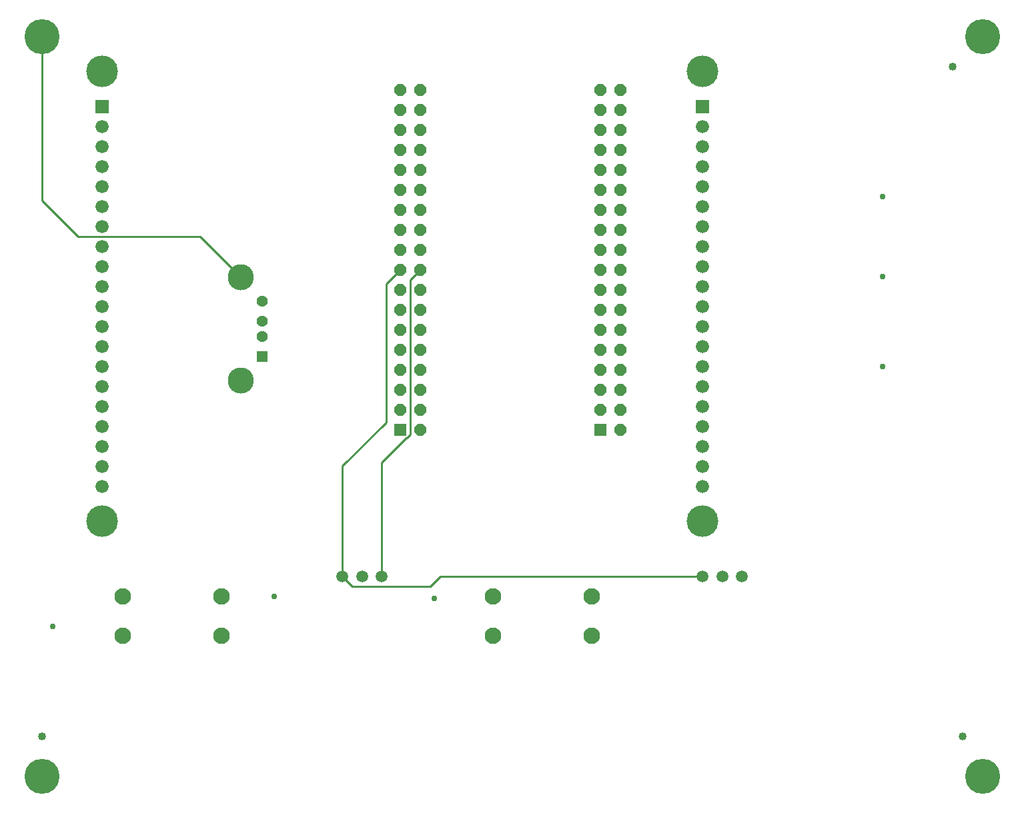
<source format=gbr>
G04 EAGLE Gerber RS-274X export*
G75*
%MOMM*%
%FSLAX34Y34*%
%LPD*%
%INBottom Copper*%
%IPPOS*%
%AMOC8*
5,1,8,0,0,1.08239X$1,22.5*%
G01*
%ADD10R,1.524000X1.524000*%
%ADD11P,1.649562X8X112.500000*%
%ADD12R,1.676400X1.676400*%
%ADD13C,1.676400*%
%ADD14C,4.016000*%
%ADD15R,1.428000X1.428000*%
%ADD16C,1.428000*%
%ADD17C,3.316000*%
%ADD18C,1.508000*%
%ADD19C,2.100000*%
%ADD20C,1.016000*%
%ADD21C,4.445000*%
%ADD22C,0.756400*%
%ADD23C,0.254000*%


D10*
X492500Y478200D03*
D11*
X517900Y478200D03*
X492500Y503600D03*
X517900Y503600D03*
X492500Y529000D03*
X517900Y529000D03*
X492500Y554400D03*
X517900Y554400D03*
X492500Y579800D03*
X517900Y579800D03*
X492500Y605200D03*
X517900Y605200D03*
X492500Y630600D03*
X517900Y630600D03*
X492500Y656000D03*
X517900Y656000D03*
X492500Y681400D03*
X517900Y681400D03*
X492500Y706800D03*
X517900Y706800D03*
X492500Y732200D03*
X517900Y732200D03*
X492500Y757600D03*
X517900Y757600D03*
X492500Y783000D03*
X517900Y783000D03*
X492500Y808400D03*
X517900Y808400D03*
X492500Y833800D03*
X517900Y833800D03*
X492500Y859200D03*
X517900Y859200D03*
X492500Y884600D03*
X517900Y884600D03*
X492500Y910000D03*
X517900Y910000D03*
D10*
X746500Y478200D03*
D11*
X771900Y478200D03*
X746500Y503600D03*
X771900Y503600D03*
X746500Y529000D03*
X771900Y529000D03*
X746500Y554400D03*
X771900Y554400D03*
X746500Y579800D03*
X771900Y579800D03*
X746500Y605200D03*
X771900Y605200D03*
X746500Y630600D03*
X771900Y630600D03*
X746500Y656000D03*
X771900Y656000D03*
X746500Y681400D03*
X771900Y681400D03*
X746500Y706800D03*
X771900Y706800D03*
X746500Y732200D03*
X771900Y732200D03*
X746500Y757600D03*
X771900Y757600D03*
X746500Y783000D03*
X771900Y783000D03*
X746500Y808400D03*
X771900Y808400D03*
X746500Y833800D03*
X771900Y833800D03*
X746500Y859200D03*
X771900Y859200D03*
X746500Y884600D03*
X771900Y884600D03*
X746500Y910000D03*
X771900Y910000D03*
D12*
X876300Y889000D03*
D13*
X876300Y863600D03*
X876300Y838200D03*
X876300Y812800D03*
X876300Y787400D03*
X876300Y762000D03*
X876300Y736600D03*
X876300Y711200D03*
X876300Y685800D03*
X876300Y660400D03*
X876300Y635000D03*
X876300Y609600D03*
X876300Y584200D03*
X876300Y558800D03*
X876300Y533400D03*
X876300Y508000D03*
X876300Y482600D03*
X876300Y457200D03*
X876300Y431800D03*
X876300Y406400D03*
D12*
X114300Y889000D03*
D13*
X114300Y863600D03*
X114300Y838200D03*
X114300Y812800D03*
X114300Y787400D03*
X114300Y762000D03*
X114300Y736600D03*
X114300Y711200D03*
X114300Y685800D03*
X114300Y660400D03*
X114300Y635000D03*
X114300Y609600D03*
X114300Y584200D03*
X114300Y558800D03*
X114300Y533400D03*
X114300Y508000D03*
X114300Y482600D03*
X114300Y457200D03*
X114300Y431800D03*
X114300Y406400D03*
D14*
X114300Y933450D03*
X114300Y361950D03*
X876300Y933450D03*
X876300Y361950D03*
D15*
X317500Y571500D03*
D16*
X317500Y596500D03*
X317500Y616500D03*
X317500Y641500D03*
D17*
X290400Y540800D03*
X290400Y672200D03*
D18*
X469500Y292100D03*
X444500Y292100D03*
X419500Y292100D03*
X926700Y292100D03*
X901700Y292100D03*
X876700Y292100D03*
D19*
X735600Y266300D03*
X735600Y216300D03*
X610600Y216300D03*
X610600Y266300D03*
X265700Y266300D03*
X265700Y216300D03*
X140700Y216300D03*
X140700Y266300D03*
D20*
X1193800Y939800D03*
X38100Y88900D03*
X1206500Y88900D03*
D21*
X38100Y977900D03*
X1231900Y977900D03*
X1231900Y38100D03*
X38100Y38100D03*
D22*
X1104900Y673100D03*
X1104900Y774700D03*
X1104900Y558800D03*
X52042Y228600D03*
X332740Y266700D03*
X535940Y264160D03*
D23*
X469500Y292100D02*
X469500Y436480D01*
X500806Y467786D02*
X501277Y467786D01*
X505460Y471969D01*
X505460Y668960D02*
X517900Y681400D01*
X500806Y467786D02*
X469500Y436480D01*
X505460Y471969D02*
X505460Y668960D01*
X290400Y672200D02*
X238700Y723900D01*
X83820Y723900D01*
X38100Y769620D01*
X38100Y977900D01*
X419500Y432200D02*
X419500Y292100D01*
X474980Y663880D02*
X492500Y681400D01*
X474980Y487680D02*
X419500Y432200D01*
X474980Y487680D02*
X474980Y663880D01*
X419500Y292100D02*
X432200Y279400D01*
X530860Y279400D02*
X543560Y292100D01*
X876700Y292100D01*
X530860Y279400D02*
X432200Y279400D01*
M02*

</source>
